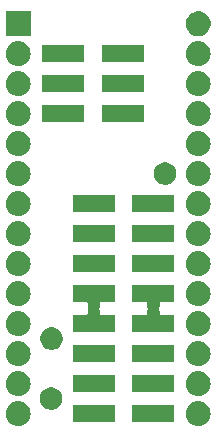
<source format=gbs>
G04 #@! TF.GenerationSoftware,KiCad,Pcbnew,(5.0.1-3-g963ef8bb5)*
G04 #@! TF.CreationDate,2018-11-16T15:24:27+01:00*
G04 #@! TF.ProjectId,TinyFPGA-UP,54696E79465047412D55502E6B696361,A*
G04 #@! TF.SameCoordinates,Original*
G04 #@! TF.FileFunction,Soldermask,Bot*
G04 #@! TF.FilePolarity,Negative*
%FSLAX46Y46*%
G04 Gerber Fmt 4.6, Leading zero omitted, Abs format (unit mm)*
G04 Created by KiCad (PCBNEW (5.0.1-3-g963ef8bb5)) date Friday, 16 November 2018 at 15:24:27*
%MOMM*%
%LPD*%
G01*
G04 APERTURE LIST*
%ADD10C,0.100000*%
G04 APERTURE END LIST*
D10*
G36*
X158884707Y-129776696D02*
X158961836Y-129784293D01*
X159093787Y-129824320D01*
X159159763Y-129844333D01*
X159342172Y-129941833D01*
X159502054Y-130073046D01*
X159633267Y-130232928D01*
X159730767Y-130415337D01*
X159730767Y-130415338D01*
X159790807Y-130613264D01*
X159811080Y-130819100D01*
X159790807Y-131024936D01*
X159750780Y-131156887D01*
X159730767Y-131222863D01*
X159633267Y-131405272D01*
X159502054Y-131565154D01*
X159342172Y-131696367D01*
X159159763Y-131793867D01*
X159093787Y-131813880D01*
X158961836Y-131853907D01*
X158884707Y-131861504D01*
X158807580Y-131869100D01*
X158704420Y-131869100D01*
X158627293Y-131861504D01*
X158550164Y-131853907D01*
X158418213Y-131813880D01*
X158352237Y-131793867D01*
X158169828Y-131696367D01*
X158009946Y-131565154D01*
X157878733Y-131405272D01*
X157781233Y-131222863D01*
X157761220Y-131156887D01*
X157721193Y-131024936D01*
X157700920Y-130819100D01*
X157721193Y-130613264D01*
X157781233Y-130415338D01*
X157781233Y-130415337D01*
X157878733Y-130232928D01*
X158009946Y-130073046D01*
X158169828Y-129941833D01*
X158352237Y-129844333D01*
X158418213Y-129824320D01*
X158550164Y-129784293D01*
X158627293Y-129776696D01*
X158704420Y-129769100D01*
X158807580Y-129769100D01*
X158884707Y-129776696D01*
X158884707Y-129776696D01*
G37*
G36*
X143644707Y-129776696D02*
X143721836Y-129784293D01*
X143853787Y-129824320D01*
X143919763Y-129844333D01*
X144102172Y-129941833D01*
X144262054Y-130073046D01*
X144393267Y-130232928D01*
X144490767Y-130415337D01*
X144490767Y-130415338D01*
X144550807Y-130613264D01*
X144571080Y-130819100D01*
X144550807Y-131024936D01*
X144510780Y-131156887D01*
X144490767Y-131222863D01*
X144393267Y-131405272D01*
X144262054Y-131565154D01*
X144102172Y-131696367D01*
X143919763Y-131793867D01*
X143853787Y-131813880D01*
X143721836Y-131853907D01*
X143644707Y-131861504D01*
X143567580Y-131869100D01*
X143464420Y-131869100D01*
X143387293Y-131861504D01*
X143310164Y-131853907D01*
X143178213Y-131813880D01*
X143112237Y-131793867D01*
X142929828Y-131696367D01*
X142769946Y-131565154D01*
X142638733Y-131405272D01*
X142541233Y-131222863D01*
X142521220Y-131156887D01*
X142481193Y-131024936D01*
X142460920Y-130819100D01*
X142481193Y-130613264D01*
X142541233Y-130415338D01*
X142541233Y-130415337D01*
X142638733Y-130232928D01*
X142769946Y-130073046D01*
X142929828Y-129941833D01*
X143112237Y-129844333D01*
X143178213Y-129824320D01*
X143310164Y-129784293D01*
X143387293Y-129776696D01*
X143464420Y-129769100D01*
X143567580Y-129769100D01*
X143644707Y-129776696D01*
X143644707Y-129776696D01*
G37*
G36*
X156731000Y-131519100D02*
X153181000Y-131519100D01*
X153181000Y-130119100D01*
X156731000Y-130119100D01*
X156731000Y-131519100D01*
X156731000Y-131519100D01*
G37*
G36*
X151681000Y-131519100D02*
X148131000Y-131519100D01*
X148131000Y-130119100D01*
X151681000Y-130119100D01*
X151681000Y-131519100D01*
X151681000Y-131519100D01*
G37*
G36*
X146449451Y-128608227D02*
X146587105Y-128635608D01*
X146759994Y-128707221D01*
X146915590Y-128811187D01*
X147047913Y-128943510D01*
X147151879Y-129099106D01*
X147223492Y-129271995D01*
X147260000Y-129455533D01*
X147260000Y-129642667D01*
X147223492Y-129826205D01*
X147151879Y-129999094D01*
X147047913Y-130154690D01*
X146915590Y-130287013D01*
X146759994Y-130390979D01*
X146587105Y-130462592D01*
X146449452Y-130489973D01*
X146403568Y-130499100D01*
X146216432Y-130499100D01*
X146170548Y-130489973D01*
X146032895Y-130462592D01*
X145860006Y-130390979D01*
X145704410Y-130287013D01*
X145572087Y-130154690D01*
X145468121Y-129999094D01*
X145396508Y-129826205D01*
X145360000Y-129642667D01*
X145360000Y-129455533D01*
X145396508Y-129271995D01*
X145468121Y-129099106D01*
X145572087Y-128943510D01*
X145704410Y-128811187D01*
X145860006Y-128707221D01*
X146032895Y-128635608D01*
X146170549Y-128608227D01*
X146216432Y-128599100D01*
X146403568Y-128599100D01*
X146449451Y-128608227D01*
X146449451Y-128608227D01*
G37*
G36*
X158884707Y-127236696D02*
X158961836Y-127244293D01*
X159093787Y-127284320D01*
X159159763Y-127304333D01*
X159342172Y-127401833D01*
X159502054Y-127533046D01*
X159633267Y-127692928D01*
X159730767Y-127875337D01*
X159730767Y-127875338D01*
X159790807Y-128073264D01*
X159811080Y-128279100D01*
X159790807Y-128484936D01*
X159756176Y-128599100D01*
X159730767Y-128682863D01*
X159633267Y-128865272D01*
X159502054Y-129025154D01*
X159342172Y-129156367D01*
X159159763Y-129253867D01*
X159100002Y-129271995D01*
X158961836Y-129313907D01*
X158884707Y-129321504D01*
X158807580Y-129329100D01*
X158704420Y-129329100D01*
X158627293Y-129321504D01*
X158550164Y-129313907D01*
X158411998Y-129271995D01*
X158352237Y-129253867D01*
X158169828Y-129156367D01*
X158009946Y-129025154D01*
X157878733Y-128865272D01*
X157781233Y-128682863D01*
X157755824Y-128599100D01*
X157721193Y-128484936D01*
X157700920Y-128279100D01*
X157721193Y-128073264D01*
X157781233Y-127875338D01*
X157781233Y-127875337D01*
X157878733Y-127692928D01*
X158009946Y-127533046D01*
X158169828Y-127401833D01*
X158352237Y-127304333D01*
X158418213Y-127284320D01*
X158550164Y-127244293D01*
X158627293Y-127236696D01*
X158704420Y-127229100D01*
X158807580Y-127229100D01*
X158884707Y-127236696D01*
X158884707Y-127236696D01*
G37*
G36*
X143644707Y-127236696D02*
X143721836Y-127244293D01*
X143853787Y-127284320D01*
X143919763Y-127304333D01*
X144102172Y-127401833D01*
X144262054Y-127533046D01*
X144393267Y-127692928D01*
X144490767Y-127875337D01*
X144490767Y-127875338D01*
X144550807Y-128073264D01*
X144571080Y-128279100D01*
X144550807Y-128484936D01*
X144516176Y-128599100D01*
X144490767Y-128682863D01*
X144393267Y-128865272D01*
X144262054Y-129025154D01*
X144102172Y-129156367D01*
X143919763Y-129253867D01*
X143860002Y-129271995D01*
X143721836Y-129313907D01*
X143644707Y-129321504D01*
X143567580Y-129329100D01*
X143464420Y-129329100D01*
X143387293Y-129321504D01*
X143310164Y-129313907D01*
X143171998Y-129271995D01*
X143112237Y-129253867D01*
X142929828Y-129156367D01*
X142769946Y-129025154D01*
X142638733Y-128865272D01*
X142541233Y-128682863D01*
X142515824Y-128599100D01*
X142481193Y-128484936D01*
X142460920Y-128279100D01*
X142481193Y-128073264D01*
X142541233Y-127875338D01*
X142541233Y-127875337D01*
X142638733Y-127692928D01*
X142769946Y-127533046D01*
X142929828Y-127401833D01*
X143112237Y-127304333D01*
X143178213Y-127284320D01*
X143310164Y-127244293D01*
X143387293Y-127236696D01*
X143464420Y-127229100D01*
X143567580Y-127229100D01*
X143644707Y-127236696D01*
X143644707Y-127236696D01*
G37*
G36*
X156731000Y-128979100D02*
X153181000Y-128979100D01*
X153181000Y-127579100D01*
X156731000Y-127579100D01*
X156731000Y-128979100D01*
X156731000Y-128979100D01*
G37*
G36*
X151681000Y-128979100D02*
X148131000Y-128979100D01*
X148131000Y-127579100D01*
X151681000Y-127579100D01*
X151681000Y-128979100D01*
X151681000Y-128979100D01*
G37*
G36*
X158884707Y-124696696D02*
X158961836Y-124704293D01*
X159093787Y-124744320D01*
X159159763Y-124764333D01*
X159342172Y-124861833D01*
X159502054Y-124993046D01*
X159633267Y-125152928D01*
X159730767Y-125335337D01*
X159730767Y-125335338D01*
X159790807Y-125533264D01*
X159811080Y-125739100D01*
X159790807Y-125944936D01*
X159750780Y-126076887D01*
X159730767Y-126142863D01*
X159633267Y-126325272D01*
X159502054Y-126485154D01*
X159342172Y-126616367D01*
X159159763Y-126713867D01*
X159093787Y-126733880D01*
X158961836Y-126773907D01*
X158884707Y-126781504D01*
X158807580Y-126789100D01*
X158704420Y-126789100D01*
X158627293Y-126781504D01*
X158550164Y-126773907D01*
X158418213Y-126733880D01*
X158352237Y-126713867D01*
X158169828Y-126616367D01*
X158009946Y-126485154D01*
X157878733Y-126325272D01*
X157781233Y-126142863D01*
X157761220Y-126076887D01*
X157721193Y-125944936D01*
X157700920Y-125739100D01*
X157721193Y-125533264D01*
X157781233Y-125335338D01*
X157781233Y-125335337D01*
X157878733Y-125152928D01*
X158009946Y-124993046D01*
X158169828Y-124861833D01*
X158352237Y-124764333D01*
X158418213Y-124744320D01*
X158550164Y-124704293D01*
X158627293Y-124696696D01*
X158704420Y-124689100D01*
X158807580Y-124689100D01*
X158884707Y-124696696D01*
X158884707Y-124696696D01*
G37*
G36*
X143644707Y-124696696D02*
X143721836Y-124704293D01*
X143853787Y-124744320D01*
X143919763Y-124764333D01*
X144102172Y-124861833D01*
X144262054Y-124993046D01*
X144393267Y-125152928D01*
X144490767Y-125335337D01*
X144490767Y-125335338D01*
X144550807Y-125533264D01*
X144571080Y-125739100D01*
X144550807Y-125944936D01*
X144510780Y-126076887D01*
X144490767Y-126142863D01*
X144393267Y-126325272D01*
X144262054Y-126485154D01*
X144102172Y-126616367D01*
X143919763Y-126713867D01*
X143853787Y-126733880D01*
X143721836Y-126773907D01*
X143644707Y-126781504D01*
X143567580Y-126789100D01*
X143464420Y-126789100D01*
X143387293Y-126781504D01*
X143310164Y-126773907D01*
X143178213Y-126733880D01*
X143112237Y-126713867D01*
X142929828Y-126616367D01*
X142769946Y-126485154D01*
X142638733Y-126325272D01*
X142541233Y-126142863D01*
X142521220Y-126076887D01*
X142481193Y-125944936D01*
X142460920Y-125739100D01*
X142481193Y-125533264D01*
X142541233Y-125335338D01*
X142541233Y-125335337D01*
X142638733Y-125152928D01*
X142769946Y-124993046D01*
X142929828Y-124861833D01*
X143112237Y-124764333D01*
X143178213Y-124744320D01*
X143310164Y-124704293D01*
X143387293Y-124696696D01*
X143464420Y-124689100D01*
X143567580Y-124689100D01*
X143644707Y-124696696D01*
X143644707Y-124696696D01*
G37*
G36*
X156731000Y-126439100D02*
X153181000Y-126439100D01*
X153181000Y-125039100D01*
X156731000Y-125039100D01*
X156731000Y-126439100D01*
X156731000Y-126439100D01*
G37*
G36*
X151681000Y-126439100D02*
X148131000Y-126439100D01*
X148131000Y-125039100D01*
X151681000Y-125039100D01*
X151681000Y-126439100D01*
X151681000Y-126439100D01*
G37*
G36*
X146469452Y-123529037D02*
X146607105Y-123556418D01*
X146779994Y-123628031D01*
X146935590Y-123731997D01*
X147067913Y-123864320D01*
X147171879Y-124019916D01*
X147243492Y-124192805D01*
X147280000Y-124376343D01*
X147280000Y-124563477D01*
X147243492Y-124747015D01*
X147171879Y-124919904D01*
X147067913Y-125075500D01*
X146935590Y-125207823D01*
X146779994Y-125311789D01*
X146607105Y-125383402D01*
X146469452Y-125410783D01*
X146423568Y-125419910D01*
X146236432Y-125419910D01*
X146190548Y-125410783D01*
X146052895Y-125383402D01*
X145880006Y-125311789D01*
X145724410Y-125207823D01*
X145592087Y-125075500D01*
X145488121Y-124919904D01*
X145416508Y-124747015D01*
X145380000Y-124563477D01*
X145380000Y-124376343D01*
X145416508Y-124192805D01*
X145488121Y-124019916D01*
X145592087Y-123864320D01*
X145724410Y-123731997D01*
X145880006Y-123628031D01*
X146052895Y-123556418D01*
X146190548Y-123529037D01*
X146236432Y-123519910D01*
X146423568Y-123519910D01*
X146469452Y-123529037D01*
X146469452Y-123529037D01*
G37*
G36*
X143644707Y-122156697D02*
X143721836Y-122164293D01*
X143853787Y-122204320D01*
X143919763Y-122224333D01*
X144102172Y-122321833D01*
X144262054Y-122453046D01*
X144393267Y-122612928D01*
X144490767Y-122795337D01*
X144510780Y-122861313D01*
X144550807Y-122993264D01*
X144571080Y-123199100D01*
X144550807Y-123404936D01*
X144515930Y-123519910D01*
X144490767Y-123602863D01*
X144393267Y-123785272D01*
X144262054Y-123945154D01*
X144102172Y-124076367D01*
X143919763Y-124173867D01*
X143857332Y-124192805D01*
X143721836Y-124233907D01*
X143644707Y-124241504D01*
X143567580Y-124249100D01*
X143464420Y-124249100D01*
X143387293Y-124241504D01*
X143310164Y-124233907D01*
X143174668Y-124192805D01*
X143112237Y-124173867D01*
X142929828Y-124076367D01*
X142769946Y-123945154D01*
X142638733Y-123785272D01*
X142541233Y-123602863D01*
X142516070Y-123519910D01*
X142481193Y-123404936D01*
X142460920Y-123199100D01*
X142481193Y-122993264D01*
X142521220Y-122861313D01*
X142541233Y-122795337D01*
X142638733Y-122612928D01*
X142769946Y-122453046D01*
X142929828Y-122321833D01*
X143112237Y-122224333D01*
X143178213Y-122204320D01*
X143310164Y-122164293D01*
X143387293Y-122156697D01*
X143464420Y-122149100D01*
X143567580Y-122149100D01*
X143644707Y-122156697D01*
X143644707Y-122156697D01*
G37*
G36*
X158884707Y-122156697D02*
X158961836Y-122164293D01*
X159093787Y-122204320D01*
X159159763Y-122224333D01*
X159342172Y-122321833D01*
X159502054Y-122453046D01*
X159633267Y-122612928D01*
X159730767Y-122795337D01*
X159750780Y-122861313D01*
X159790807Y-122993264D01*
X159811080Y-123199100D01*
X159790807Y-123404936D01*
X159755930Y-123519910D01*
X159730767Y-123602863D01*
X159633267Y-123785272D01*
X159502054Y-123945154D01*
X159342172Y-124076367D01*
X159159763Y-124173867D01*
X159097332Y-124192805D01*
X158961836Y-124233907D01*
X158884707Y-124241504D01*
X158807580Y-124249100D01*
X158704420Y-124249100D01*
X158627293Y-124241504D01*
X158550164Y-124233907D01*
X158414668Y-124192805D01*
X158352237Y-124173867D01*
X158169828Y-124076367D01*
X158009946Y-123945154D01*
X157878733Y-123785272D01*
X157781233Y-123602863D01*
X157756070Y-123519910D01*
X157721193Y-123404936D01*
X157700920Y-123199100D01*
X157721193Y-122993264D01*
X157761220Y-122861313D01*
X157781233Y-122795337D01*
X157878733Y-122612928D01*
X158009946Y-122453046D01*
X158169828Y-122321833D01*
X158352237Y-122224333D01*
X158418213Y-122204320D01*
X158550164Y-122164293D01*
X158627293Y-122156697D01*
X158704420Y-122149100D01*
X158807580Y-122149100D01*
X158884707Y-122156697D01*
X158884707Y-122156697D01*
G37*
G36*
X156731000Y-121359100D02*
X155605000Y-121359100D01*
X155580614Y-121361502D01*
X155557165Y-121368615D01*
X155535554Y-121380166D01*
X155516612Y-121395712D01*
X155501066Y-121414654D01*
X155489515Y-121436265D01*
X155482402Y-121459714D01*
X155480000Y-121484100D01*
X155480000Y-121748859D01*
X155475852Y-121790974D01*
X155465358Y-121825568D01*
X155444213Y-121865128D01*
X155440243Y-121871069D01*
X155430864Y-121893708D01*
X155426083Y-121917741D01*
X155426081Y-121942245D01*
X155430860Y-121966279D01*
X155440237Y-121988918D01*
X155444205Y-121994858D01*
X155465358Y-122034432D01*
X155475852Y-122069026D01*
X155480000Y-122111141D01*
X155480000Y-122374100D01*
X155482402Y-122398486D01*
X155489515Y-122421935D01*
X155501066Y-122443546D01*
X155516612Y-122462488D01*
X155535554Y-122478034D01*
X155557165Y-122489585D01*
X155580614Y-122496698D01*
X155605000Y-122499100D01*
X156731000Y-122499100D01*
X156731000Y-123899100D01*
X153181000Y-123899100D01*
X153181000Y-122499100D01*
X154315000Y-122499100D01*
X154339386Y-122496698D01*
X154362835Y-122489585D01*
X154384446Y-122478034D01*
X154403388Y-122462488D01*
X154418934Y-122443546D01*
X154430485Y-122421935D01*
X154437598Y-122398486D01*
X154440000Y-122374100D01*
X154440000Y-122111141D01*
X154444148Y-122069026D01*
X154454642Y-122034432D01*
X154475787Y-121994872D01*
X154479757Y-121988931D01*
X154489136Y-121966292D01*
X154493917Y-121942259D01*
X154493919Y-121917755D01*
X154489140Y-121893721D01*
X154479763Y-121871082D01*
X154475795Y-121865142D01*
X154454642Y-121825568D01*
X154444148Y-121790974D01*
X154440000Y-121748859D01*
X154440000Y-121484100D01*
X154437598Y-121459714D01*
X154430485Y-121436265D01*
X154418934Y-121414654D01*
X154403388Y-121395712D01*
X154384446Y-121380166D01*
X154362835Y-121368615D01*
X154339386Y-121361502D01*
X154315000Y-121359100D01*
X153181000Y-121359100D01*
X153181000Y-119959100D01*
X156731000Y-119959100D01*
X156731000Y-121359100D01*
X156731000Y-121359100D01*
G37*
G36*
X151681000Y-121359100D02*
X150555000Y-121359100D01*
X150530614Y-121361502D01*
X150507165Y-121368615D01*
X150485554Y-121380166D01*
X150466612Y-121395712D01*
X150451066Y-121414654D01*
X150439515Y-121436265D01*
X150432402Y-121459714D01*
X150430000Y-121484100D01*
X150430000Y-121748859D01*
X150425852Y-121790974D01*
X150415358Y-121825568D01*
X150394213Y-121865128D01*
X150390243Y-121871069D01*
X150380864Y-121893708D01*
X150376083Y-121917741D01*
X150376081Y-121942245D01*
X150380860Y-121966279D01*
X150390237Y-121988918D01*
X150394205Y-121994858D01*
X150415358Y-122034432D01*
X150425852Y-122069026D01*
X150430000Y-122111141D01*
X150430000Y-122374100D01*
X150432402Y-122398486D01*
X150439515Y-122421935D01*
X150451066Y-122443546D01*
X150466612Y-122462488D01*
X150485554Y-122478034D01*
X150507165Y-122489585D01*
X150530614Y-122496698D01*
X150555000Y-122499100D01*
X151681000Y-122499100D01*
X151681000Y-123899100D01*
X148131000Y-123899100D01*
X148131000Y-122499100D01*
X149265000Y-122499100D01*
X149289386Y-122496698D01*
X149312835Y-122489585D01*
X149334446Y-122478034D01*
X149353388Y-122462488D01*
X149368934Y-122443546D01*
X149380485Y-122421935D01*
X149387598Y-122398486D01*
X149390000Y-122374100D01*
X149390000Y-122111141D01*
X149394148Y-122069026D01*
X149404642Y-122034432D01*
X149425787Y-121994872D01*
X149429757Y-121988931D01*
X149439136Y-121966292D01*
X149443917Y-121942259D01*
X149443919Y-121917755D01*
X149439140Y-121893721D01*
X149429763Y-121871082D01*
X149425795Y-121865142D01*
X149404642Y-121825568D01*
X149394148Y-121790974D01*
X149390000Y-121748859D01*
X149390000Y-121484100D01*
X149387598Y-121459714D01*
X149380485Y-121436265D01*
X149368934Y-121414654D01*
X149353388Y-121395712D01*
X149334446Y-121380166D01*
X149312835Y-121368615D01*
X149289386Y-121361502D01*
X149265000Y-121359100D01*
X148131000Y-121359100D01*
X148131000Y-119959100D01*
X151681000Y-119959100D01*
X151681000Y-121359100D01*
X151681000Y-121359100D01*
G37*
G36*
X158884707Y-119616697D02*
X158961836Y-119624293D01*
X159093787Y-119664320D01*
X159159763Y-119684333D01*
X159342172Y-119781833D01*
X159502054Y-119913046D01*
X159633267Y-120072928D01*
X159730767Y-120255337D01*
X159730767Y-120255338D01*
X159790807Y-120453264D01*
X159811080Y-120659100D01*
X159790807Y-120864936D01*
X159765003Y-120950000D01*
X159730767Y-121062863D01*
X159633267Y-121245272D01*
X159502054Y-121405154D01*
X159342172Y-121536367D01*
X159159763Y-121633867D01*
X159093787Y-121653880D01*
X158961836Y-121693907D01*
X158884707Y-121701504D01*
X158807580Y-121709100D01*
X158704420Y-121709100D01*
X158627293Y-121701504D01*
X158550164Y-121693907D01*
X158418213Y-121653880D01*
X158352237Y-121633867D01*
X158169828Y-121536367D01*
X158009946Y-121405154D01*
X157878733Y-121245272D01*
X157781233Y-121062863D01*
X157746997Y-120950000D01*
X157721193Y-120864936D01*
X157700920Y-120659100D01*
X157721193Y-120453264D01*
X157781233Y-120255338D01*
X157781233Y-120255337D01*
X157878733Y-120072928D01*
X158009946Y-119913046D01*
X158169828Y-119781833D01*
X158352237Y-119684333D01*
X158418213Y-119664320D01*
X158550164Y-119624293D01*
X158627293Y-119616697D01*
X158704420Y-119609100D01*
X158807580Y-119609100D01*
X158884707Y-119616697D01*
X158884707Y-119616697D01*
G37*
G36*
X143644707Y-119616697D02*
X143721836Y-119624293D01*
X143853787Y-119664320D01*
X143919763Y-119684333D01*
X144102172Y-119781833D01*
X144262054Y-119913046D01*
X144393267Y-120072928D01*
X144490767Y-120255337D01*
X144490767Y-120255338D01*
X144550807Y-120453264D01*
X144571080Y-120659100D01*
X144550807Y-120864936D01*
X144525003Y-120950000D01*
X144490767Y-121062863D01*
X144393267Y-121245272D01*
X144262054Y-121405154D01*
X144102172Y-121536367D01*
X143919763Y-121633867D01*
X143853787Y-121653880D01*
X143721836Y-121693907D01*
X143644707Y-121701504D01*
X143567580Y-121709100D01*
X143464420Y-121709100D01*
X143387293Y-121701504D01*
X143310164Y-121693907D01*
X143178213Y-121653880D01*
X143112237Y-121633867D01*
X142929828Y-121536367D01*
X142769946Y-121405154D01*
X142638733Y-121245272D01*
X142541233Y-121062863D01*
X142506997Y-120950000D01*
X142481193Y-120864936D01*
X142460920Y-120659100D01*
X142481193Y-120453264D01*
X142541233Y-120255338D01*
X142541233Y-120255337D01*
X142638733Y-120072928D01*
X142769946Y-119913046D01*
X142929828Y-119781833D01*
X143112237Y-119684333D01*
X143178213Y-119664320D01*
X143310164Y-119624293D01*
X143387293Y-119616697D01*
X143464420Y-119609100D01*
X143567580Y-119609100D01*
X143644707Y-119616697D01*
X143644707Y-119616697D01*
G37*
G36*
X158884707Y-117076696D02*
X158961836Y-117084293D01*
X159093787Y-117124320D01*
X159159763Y-117144333D01*
X159342172Y-117241833D01*
X159502054Y-117373046D01*
X159633267Y-117532928D01*
X159730767Y-117715337D01*
X159730767Y-117715338D01*
X159790807Y-117913264D01*
X159811080Y-118119100D01*
X159790807Y-118324936D01*
X159750780Y-118456887D01*
X159730767Y-118522863D01*
X159633267Y-118705272D01*
X159502054Y-118865154D01*
X159342172Y-118996367D01*
X159159763Y-119093867D01*
X159093787Y-119113880D01*
X158961836Y-119153907D01*
X158884707Y-119161504D01*
X158807580Y-119169100D01*
X158704420Y-119169100D01*
X158627293Y-119161504D01*
X158550164Y-119153907D01*
X158418213Y-119113880D01*
X158352237Y-119093867D01*
X158169828Y-118996367D01*
X158009946Y-118865154D01*
X157878733Y-118705272D01*
X157781233Y-118522863D01*
X157761220Y-118456887D01*
X157721193Y-118324936D01*
X157700920Y-118119100D01*
X157721193Y-117913264D01*
X157781233Y-117715338D01*
X157781233Y-117715337D01*
X157878733Y-117532928D01*
X158009946Y-117373046D01*
X158169828Y-117241833D01*
X158352237Y-117144333D01*
X158418213Y-117124320D01*
X158550164Y-117084293D01*
X158627293Y-117076696D01*
X158704420Y-117069100D01*
X158807580Y-117069100D01*
X158884707Y-117076696D01*
X158884707Y-117076696D01*
G37*
G36*
X143644707Y-117076696D02*
X143721836Y-117084293D01*
X143853787Y-117124320D01*
X143919763Y-117144333D01*
X144102172Y-117241833D01*
X144262054Y-117373046D01*
X144393267Y-117532928D01*
X144490767Y-117715337D01*
X144490767Y-117715338D01*
X144550807Y-117913264D01*
X144571080Y-118119100D01*
X144550807Y-118324936D01*
X144510780Y-118456887D01*
X144490767Y-118522863D01*
X144393267Y-118705272D01*
X144262054Y-118865154D01*
X144102172Y-118996367D01*
X143919763Y-119093867D01*
X143853787Y-119113880D01*
X143721836Y-119153907D01*
X143644707Y-119161504D01*
X143567580Y-119169100D01*
X143464420Y-119169100D01*
X143387293Y-119161504D01*
X143310164Y-119153907D01*
X143178213Y-119113880D01*
X143112237Y-119093867D01*
X142929828Y-118996367D01*
X142769946Y-118865154D01*
X142638733Y-118705272D01*
X142541233Y-118522863D01*
X142521220Y-118456887D01*
X142481193Y-118324936D01*
X142460920Y-118119100D01*
X142481193Y-117913264D01*
X142541233Y-117715338D01*
X142541233Y-117715337D01*
X142638733Y-117532928D01*
X142769946Y-117373046D01*
X142929828Y-117241833D01*
X143112237Y-117144333D01*
X143178213Y-117124320D01*
X143310164Y-117084293D01*
X143387293Y-117076696D01*
X143464420Y-117069100D01*
X143567580Y-117069100D01*
X143644707Y-117076696D01*
X143644707Y-117076696D01*
G37*
G36*
X156731000Y-118819100D02*
X153181000Y-118819100D01*
X153181000Y-117419100D01*
X156731000Y-117419100D01*
X156731000Y-118819100D01*
X156731000Y-118819100D01*
G37*
G36*
X151681000Y-118819100D02*
X148131000Y-118819100D01*
X148131000Y-117419100D01*
X151681000Y-117419100D01*
X151681000Y-118819100D01*
X151681000Y-118819100D01*
G37*
G36*
X158884707Y-114536696D02*
X158961836Y-114544293D01*
X159093787Y-114584320D01*
X159159763Y-114604333D01*
X159342172Y-114701833D01*
X159502054Y-114833046D01*
X159633267Y-114992928D01*
X159730767Y-115175337D01*
X159730767Y-115175338D01*
X159790807Y-115373264D01*
X159811080Y-115579100D01*
X159790807Y-115784936D01*
X159750780Y-115916887D01*
X159730767Y-115982863D01*
X159633267Y-116165272D01*
X159502054Y-116325154D01*
X159342172Y-116456367D01*
X159159763Y-116553867D01*
X159093787Y-116573880D01*
X158961836Y-116613907D01*
X158884707Y-116621504D01*
X158807580Y-116629100D01*
X158704420Y-116629100D01*
X158627293Y-116621504D01*
X158550164Y-116613907D01*
X158418213Y-116573880D01*
X158352237Y-116553867D01*
X158169828Y-116456367D01*
X158009946Y-116325154D01*
X157878733Y-116165272D01*
X157781233Y-115982863D01*
X157761220Y-115916887D01*
X157721193Y-115784936D01*
X157700920Y-115579100D01*
X157721193Y-115373264D01*
X157781233Y-115175338D01*
X157781233Y-115175337D01*
X157878733Y-114992928D01*
X158009946Y-114833046D01*
X158169828Y-114701833D01*
X158352237Y-114604333D01*
X158418213Y-114584320D01*
X158550164Y-114544293D01*
X158627293Y-114536696D01*
X158704420Y-114529100D01*
X158807580Y-114529100D01*
X158884707Y-114536696D01*
X158884707Y-114536696D01*
G37*
G36*
X143644707Y-114536696D02*
X143721836Y-114544293D01*
X143853787Y-114584320D01*
X143919763Y-114604333D01*
X144102172Y-114701833D01*
X144262054Y-114833046D01*
X144393267Y-114992928D01*
X144490767Y-115175337D01*
X144490767Y-115175338D01*
X144550807Y-115373264D01*
X144571080Y-115579100D01*
X144550807Y-115784936D01*
X144510780Y-115916887D01*
X144490767Y-115982863D01*
X144393267Y-116165272D01*
X144262054Y-116325154D01*
X144102172Y-116456367D01*
X143919763Y-116553867D01*
X143853787Y-116573880D01*
X143721836Y-116613907D01*
X143644707Y-116621504D01*
X143567580Y-116629100D01*
X143464420Y-116629100D01*
X143387293Y-116621504D01*
X143310164Y-116613907D01*
X143178213Y-116573880D01*
X143112237Y-116553867D01*
X142929828Y-116456367D01*
X142769946Y-116325154D01*
X142638733Y-116165272D01*
X142541233Y-115982863D01*
X142521220Y-115916887D01*
X142481193Y-115784936D01*
X142460920Y-115579100D01*
X142481193Y-115373264D01*
X142541233Y-115175338D01*
X142541233Y-115175337D01*
X142638733Y-114992928D01*
X142769946Y-114833046D01*
X142929828Y-114701833D01*
X143112237Y-114604333D01*
X143178213Y-114584320D01*
X143310164Y-114544293D01*
X143387293Y-114536696D01*
X143464420Y-114529100D01*
X143567580Y-114529100D01*
X143644707Y-114536696D01*
X143644707Y-114536696D01*
G37*
G36*
X151681000Y-116279100D02*
X148131000Y-116279100D01*
X148131000Y-114879100D01*
X151681000Y-114879100D01*
X151681000Y-116279100D01*
X151681000Y-116279100D01*
G37*
G36*
X156731000Y-116279100D02*
X153181000Y-116279100D01*
X153181000Y-114879100D01*
X156731000Y-114879100D01*
X156731000Y-116279100D01*
X156731000Y-116279100D01*
G37*
G36*
X143644707Y-111996697D02*
X143721836Y-112004293D01*
X143853787Y-112044320D01*
X143919763Y-112064333D01*
X144102172Y-112161833D01*
X144262054Y-112293046D01*
X144393267Y-112452928D01*
X144490767Y-112635337D01*
X144490767Y-112635338D01*
X144550807Y-112833264D01*
X144571080Y-113039100D01*
X144550807Y-113244936D01*
X144510780Y-113376887D01*
X144490767Y-113442863D01*
X144393267Y-113625272D01*
X144262054Y-113785154D01*
X144102172Y-113916367D01*
X143919763Y-114013867D01*
X143853787Y-114033880D01*
X143721836Y-114073907D01*
X143644707Y-114081504D01*
X143567580Y-114089100D01*
X143464420Y-114089100D01*
X143387293Y-114081504D01*
X143310164Y-114073907D01*
X143178213Y-114033880D01*
X143112237Y-114013867D01*
X142929828Y-113916367D01*
X142769946Y-113785154D01*
X142638733Y-113625272D01*
X142541233Y-113442863D01*
X142521220Y-113376887D01*
X142481193Y-113244936D01*
X142460920Y-113039100D01*
X142481193Y-112833264D01*
X142541233Y-112635338D01*
X142541233Y-112635337D01*
X142638733Y-112452928D01*
X142769946Y-112293046D01*
X142929828Y-112161833D01*
X143112237Y-112064333D01*
X143178213Y-112044320D01*
X143310164Y-112004293D01*
X143387293Y-111996697D01*
X143464420Y-111989100D01*
X143567580Y-111989100D01*
X143644707Y-111996697D01*
X143644707Y-111996697D01*
G37*
G36*
X158884707Y-111996697D02*
X158961836Y-112004293D01*
X159093787Y-112044320D01*
X159159763Y-112064333D01*
X159342172Y-112161833D01*
X159502054Y-112293046D01*
X159633267Y-112452928D01*
X159730767Y-112635337D01*
X159730767Y-112635338D01*
X159790807Y-112833264D01*
X159811080Y-113039100D01*
X159790807Y-113244936D01*
X159750780Y-113376887D01*
X159730767Y-113442863D01*
X159633267Y-113625272D01*
X159502054Y-113785154D01*
X159342172Y-113916367D01*
X159159763Y-114013867D01*
X159093787Y-114033880D01*
X158961836Y-114073907D01*
X158884707Y-114081504D01*
X158807580Y-114089100D01*
X158704420Y-114089100D01*
X158627293Y-114081504D01*
X158550164Y-114073907D01*
X158418213Y-114033880D01*
X158352237Y-114013867D01*
X158169828Y-113916367D01*
X158009946Y-113785154D01*
X157878733Y-113625272D01*
X157781233Y-113442863D01*
X157761220Y-113376887D01*
X157721193Y-113244936D01*
X157700920Y-113039100D01*
X157721193Y-112833264D01*
X157781233Y-112635338D01*
X157781233Y-112635337D01*
X157878733Y-112452928D01*
X158009946Y-112293046D01*
X158169828Y-112161833D01*
X158352237Y-112064333D01*
X158418213Y-112044320D01*
X158550164Y-112004293D01*
X158627293Y-111996697D01*
X158704420Y-111989100D01*
X158807580Y-111989100D01*
X158884707Y-111996697D01*
X158884707Y-111996697D01*
G37*
G36*
X156731000Y-113739100D02*
X153181000Y-113739100D01*
X153181000Y-112339100D01*
X156731000Y-112339100D01*
X156731000Y-113739100D01*
X156731000Y-113739100D01*
G37*
G36*
X151681000Y-113739100D02*
X148131000Y-113739100D01*
X148131000Y-112339100D01*
X151681000Y-112339100D01*
X151681000Y-113739100D01*
X151681000Y-113739100D01*
G37*
G36*
X143644707Y-109456697D02*
X143721836Y-109464293D01*
X143853787Y-109504320D01*
X143919763Y-109524333D01*
X144102172Y-109621833D01*
X144262054Y-109753046D01*
X144393267Y-109912928D01*
X144490767Y-110095337D01*
X144490767Y-110095338D01*
X144550807Y-110293264D01*
X144571080Y-110499100D01*
X144550807Y-110704936D01*
X144529188Y-110776205D01*
X144490767Y-110902863D01*
X144393267Y-111085272D01*
X144262054Y-111245154D01*
X144102172Y-111376367D01*
X143919763Y-111473867D01*
X143853787Y-111493880D01*
X143721836Y-111533907D01*
X143644707Y-111541504D01*
X143567580Y-111549100D01*
X143464420Y-111549100D01*
X143387293Y-111541504D01*
X143310164Y-111533907D01*
X143178213Y-111493880D01*
X143112237Y-111473867D01*
X142929828Y-111376367D01*
X142769946Y-111245154D01*
X142638733Y-111085272D01*
X142541233Y-110902863D01*
X142502812Y-110776205D01*
X142481193Y-110704936D01*
X142460920Y-110499100D01*
X142481193Y-110293264D01*
X142541233Y-110095338D01*
X142541233Y-110095337D01*
X142638733Y-109912928D01*
X142769946Y-109753046D01*
X142929828Y-109621833D01*
X143112237Y-109524333D01*
X143178213Y-109504320D01*
X143310164Y-109464293D01*
X143387293Y-109456697D01*
X143464420Y-109449100D01*
X143567580Y-109449100D01*
X143644707Y-109456697D01*
X143644707Y-109456697D01*
G37*
G36*
X158884707Y-109456697D02*
X158961836Y-109464293D01*
X159093787Y-109504320D01*
X159159763Y-109524333D01*
X159342172Y-109621833D01*
X159502054Y-109753046D01*
X159633267Y-109912928D01*
X159730767Y-110095337D01*
X159730767Y-110095338D01*
X159790807Y-110293264D01*
X159811080Y-110499100D01*
X159790807Y-110704936D01*
X159769188Y-110776205D01*
X159730767Y-110902863D01*
X159633267Y-111085272D01*
X159502054Y-111245154D01*
X159342172Y-111376367D01*
X159159763Y-111473867D01*
X159093787Y-111493880D01*
X158961836Y-111533907D01*
X158884707Y-111541504D01*
X158807580Y-111549100D01*
X158704420Y-111549100D01*
X158627293Y-111541504D01*
X158550164Y-111533907D01*
X158418213Y-111493880D01*
X158352237Y-111473867D01*
X158169828Y-111376367D01*
X158009946Y-111245154D01*
X157878733Y-111085272D01*
X157781233Y-110902863D01*
X157742812Y-110776205D01*
X157721193Y-110704936D01*
X157700920Y-110499100D01*
X157721193Y-110293264D01*
X157781233Y-110095338D01*
X157781233Y-110095337D01*
X157878733Y-109912928D01*
X158009946Y-109753046D01*
X158169828Y-109621833D01*
X158352237Y-109524333D01*
X158418213Y-109504320D01*
X158550164Y-109464293D01*
X158627293Y-109456697D01*
X158704420Y-109449100D01*
X158807580Y-109449100D01*
X158884707Y-109456697D01*
X158884707Y-109456697D01*
G37*
G36*
X156101451Y-109558227D02*
X156239105Y-109585608D01*
X156411994Y-109657221D01*
X156567590Y-109761187D01*
X156699913Y-109893510D01*
X156803879Y-110049106D01*
X156875492Y-110221995D01*
X156912000Y-110405533D01*
X156912000Y-110592667D01*
X156875492Y-110776205D01*
X156803879Y-110949094D01*
X156699913Y-111104690D01*
X156567590Y-111237013D01*
X156411994Y-111340979D01*
X156239105Y-111412592D01*
X156101452Y-111439973D01*
X156055568Y-111449100D01*
X155868432Y-111449100D01*
X155822548Y-111439973D01*
X155684895Y-111412592D01*
X155512006Y-111340979D01*
X155356410Y-111237013D01*
X155224087Y-111104690D01*
X155120121Y-110949094D01*
X155048508Y-110776205D01*
X155012000Y-110592667D01*
X155012000Y-110405533D01*
X155048508Y-110221995D01*
X155120121Y-110049106D01*
X155224087Y-109893510D01*
X155356410Y-109761187D01*
X155512006Y-109657221D01*
X155684895Y-109585608D01*
X155822549Y-109558227D01*
X155868432Y-109549100D01*
X156055568Y-109549100D01*
X156101451Y-109558227D01*
X156101451Y-109558227D01*
G37*
G36*
X143644707Y-106916696D02*
X143721836Y-106924293D01*
X143853787Y-106964320D01*
X143919763Y-106984333D01*
X144102172Y-107081833D01*
X144262054Y-107213046D01*
X144393267Y-107372928D01*
X144490767Y-107555337D01*
X144490767Y-107555338D01*
X144550807Y-107753264D01*
X144571080Y-107959100D01*
X144550807Y-108164936D01*
X144510780Y-108296887D01*
X144490767Y-108362863D01*
X144393267Y-108545272D01*
X144262054Y-108705154D01*
X144102172Y-108836367D01*
X143919763Y-108933867D01*
X143853787Y-108953880D01*
X143721836Y-108993907D01*
X143644707Y-109001504D01*
X143567580Y-109009100D01*
X143464420Y-109009100D01*
X143387293Y-109001504D01*
X143310164Y-108993907D01*
X143178213Y-108953880D01*
X143112237Y-108933867D01*
X142929828Y-108836367D01*
X142769946Y-108705154D01*
X142638733Y-108545272D01*
X142541233Y-108362863D01*
X142521220Y-108296887D01*
X142481193Y-108164936D01*
X142460920Y-107959100D01*
X142481193Y-107753264D01*
X142541233Y-107555338D01*
X142541233Y-107555337D01*
X142638733Y-107372928D01*
X142769946Y-107213046D01*
X142929828Y-107081833D01*
X143112237Y-106984333D01*
X143178213Y-106964320D01*
X143310164Y-106924293D01*
X143387293Y-106916696D01*
X143464420Y-106909100D01*
X143567580Y-106909100D01*
X143644707Y-106916696D01*
X143644707Y-106916696D01*
G37*
G36*
X158884707Y-106916696D02*
X158961836Y-106924293D01*
X159093787Y-106964320D01*
X159159763Y-106984333D01*
X159342172Y-107081833D01*
X159502054Y-107213046D01*
X159633267Y-107372928D01*
X159730767Y-107555337D01*
X159730767Y-107555338D01*
X159790807Y-107753264D01*
X159811080Y-107959100D01*
X159790807Y-108164936D01*
X159750780Y-108296887D01*
X159730767Y-108362863D01*
X159633267Y-108545272D01*
X159502054Y-108705154D01*
X159342172Y-108836367D01*
X159159763Y-108933867D01*
X159093787Y-108953880D01*
X158961836Y-108993907D01*
X158884707Y-109001504D01*
X158807580Y-109009100D01*
X158704420Y-109009100D01*
X158627293Y-109001504D01*
X158550164Y-108993907D01*
X158418213Y-108953880D01*
X158352237Y-108933867D01*
X158169828Y-108836367D01*
X158009946Y-108705154D01*
X157878733Y-108545272D01*
X157781233Y-108362863D01*
X157761220Y-108296887D01*
X157721193Y-108164936D01*
X157700920Y-107959100D01*
X157721193Y-107753264D01*
X157781233Y-107555338D01*
X157781233Y-107555337D01*
X157878733Y-107372928D01*
X158009946Y-107213046D01*
X158169828Y-107081833D01*
X158352237Y-106984333D01*
X158418213Y-106964320D01*
X158550164Y-106924293D01*
X158627293Y-106916696D01*
X158704420Y-106909100D01*
X158807580Y-106909100D01*
X158884707Y-106916696D01*
X158884707Y-106916696D01*
G37*
G36*
X143644707Y-104376697D02*
X143721836Y-104384293D01*
X143853787Y-104424320D01*
X143919763Y-104444333D01*
X144102172Y-104541833D01*
X144262054Y-104673046D01*
X144393267Y-104832928D01*
X144490767Y-105015337D01*
X144490767Y-105015338D01*
X144550807Y-105213264D01*
X144571080Y-105419100D01*
X144550807Y-105624936D01*
X144510780Y-105756887D01*
X144490767Y-105822863D01*
X144393267Y-106005272D01*
X144262054Y-106165154D01*
X144102172Y-106296367D01*
X143919763Y-106393867D01*
X143853787Y-106413880D01*
X143721836Y-106453907D01*
X143644707Y-106461503D01*
X143567580Y-106469100D01*
X143464420Y-106469100D01*
X143387293Y-106461503D01*
X143310164Y-106453907D01*
X143178213Y-106413880D01*
X143112237Y-106393867D01*
X142929828Y-106296367D01*
X142769946Y-106165154D01*
X142638733Y-106005272D01*
X142541233Y-105822863D01*
X142521220Y-105756887D01*
X142481193Y-105624936D01*
X142460920Y-105419100D01*
X142481193Y-105213264D01*
X142541233Y-105015338D01*
X142541233Y-105015337D01*
X142638733Y-104832928D01*
X142769946Y-104673046D01*
X142929828Y-104541833D01*
X143112237Y-104444333D01*
X143178213Y-104424320D01*
X143310164Y-104384293D01*
X143387293Y-104376697D01*
X143464420Y-104369100D01*
X143567580Y-104369100D01*
X143644707Y-104376697D01*
X143644707Y-104376697D01*
G37*
G36*
X158884707Y-104376697D02*
X158961836Y-104384293D01*
X159093787Y-104424320D01*
X159159763Y-104444333D01*
X159342172Y-104541833D01*
X159502054Y-104673046D01*
X159633267Y-104832928D01*
X159730767Y-105015337D01*
X159730767Y-105015338D01*
X159790807Y-105213264D01*
X159811080Y-105419100D01*
X159790807Y-105624936D01*
X159750780Y-105756887D01*
X159730767Y-105822863D01*
X159633267Y-106005272D01*
X159502054Y-106165154D01*
X159342172Y-106296367D01*
X159159763Y-106393867D01*
X159093787Y-106413880D01*
X158961836Y-106453907D01*
X158884707Y-106461503D01*
X158807580Y-106469100D01*
X158704420Y-106469100D01*
X158627293Y-106461503D01*
X158550164Y-106453907D01*
X158418213Y-106413880D01*
X158352237Y-106393867D01*
X158169828Y-106296367D01*
X158009946Y-106165154D01*
X157878733Y-106005272D01*
X157781233Y-105822863D01*
X157761220Y-105756887D01*
X157721193Y-105624936D01*
X157700920Y-105419100D01*
X157721193Y-105213264D01*
X157781233Y-105015338D01*
X157781233Y-105015337D01*
X157878733Y-104832928D01*
X158009946Y-104673046D01*
X158169828Y-104541833D01*
X158352237Y-104444333D01*
X158418213Y-104424320D01*
X158550164Y-104384293D01*
X158627293Y-104376697D01*
X158704420Y-104369100D01*
X158807580Y-104369100D01*
X158884707Y-104376697D01*
X158884707Y-104376697D01*
G37*
G36*
X154151000Y-106119100D02*
X150601000Y-106119100D01*
X150601000Y-104719100D01*
X154151000Y-104719100D01*
X154151000Y-106119100D01*
X154151000Y-106119100D01*
G37*
G36*
X149101000Y-106119100D02*
X145551000Y-106119100D01*
X145551000Y-104719100D01*
X149101000Y-104719100D01*
X149101000Y-106119100D01*
X149101000Y-106119100D01*
G37*
G36*
X158884707Y-101836697D02*
X158961836Y-101844293D01*
X159093787Y-101884320D01*
X159159763Y-101904333D01*
X159342172Y-102001833D01*
X159502054Y-102133046D01*
X159633267Y-102292928D01*
X159730767Y-102475337D01*
X159730767Y-102475338D01*
X159790807Y-102673264D01*
X159811080Y-102879100D01*
X159790807Y-103084936D01*
X159750780Y-103216887D01*
X159730767Y-103282863D01*
X159633267Y-103465272D01*
X159502054Y-103625154D01*
X159342172Y-103756367D01*
X159159763Y-103853867D01*
X159093787Y-103873880D01*
X158961836Y-103913907D01*
X158884707Y-103921504D01*
X158807580Y-103929100D01*
X158704420Y-103929100D01*
X158627293Y-103921504D01*
X158550164Y-103913907D01*
X158418213Y-103873880D01*
X158352237Y-103853867D01*
X158169828Y-103756367D01*
X158009946Y-103625154D01*
X157878733Y-103465272D01*
X157781233Y-103282863D01*
X157761220Y-103216887D01*
X157721193Y-103084936D01*
X157700920Y-102879100D01*
X157721193Y-102673264D01*
X157781233Y-102475338D01*
X157781233Y-102475337D01*
X157878733Y-102292928D01*
X158009946Y-102133046D01*
X158169828Y-102001833D01*
X158352237Y-101904333D01*
X158418213Y-101884320D01*
X158550164Y-101844293D01*
X158627293Y-101836697D01*
X158704420Y-101829100D01*
X158807580Y-101829100D01*
X158884707Y-101836697D01*
X158884707Y-101836697D01*
G37*
G36*
X143644707Y-101836697D02*
X143721836Y-101844293D01*
X143853787Y-101884320D01*
X143919763Y-101904333D01*
X144102172Y-102001833D01*
X144262054Y-102133046D01*
X144393267Y-102292928D01*
X144490767Y-102475337D01*
X144490767Y-102475338D01*
X144550807Y-102673264D01*
X144571080Y-102879100D01*
X144550807Y-103084936D01*
X144510780Y-103216887D01*
X144490767Y-103282863D01*
X144393267Y-103465272D01*
X144262054Y-103625154D01*
X144102172Y-103756367D01*
X143919763Y-103853867D01*
X143853787Y-103873880D01*
X143721836Y-103913907D01*
X143644707Y-103921504D01*
X143567580Y-103929100D01*
X143464420Y-103929100D01*
X143387293Y-103921504D01*
X143310164Y-103913907D01*
X143178213Y-103873880D01*
X143112237Y-103853867D01*
X142929828Y-103756367D01*
X142769946Y-103625154D01*
X142638733Y-103465272D01*
X142541233Y-103282863D01*
X142521220Y-103216887D01*
X142481193Y-103084936D01*
X142460920Y-102879100D01*
X142481193Y-102673264D01*
X142541233Y-102475338D01*
X142541233Y-102475337D01*
X142638733Y-102292928D01*
X142769946Y-102133046D01*
X142929828Y-102001833D01*
X143112237Y-101904333D01*
X143178213Y-101884320D01*
X143310164Y-101844293D01*
X143387293Y-101836697D01*
X143464420Y-101829100D01*
X143567580Y-101829100D01*
X143644707Y-101836697D01*
X143644707Y-101836697D01*
G37*
G36*
X154151000Y-103579100D02*
X150601000Y-103579100D01*
X150601000Y-102179100D01*
X154151000Y-102179100D01*
X154151000Y-103579100D01*
X154151000Y-103579100D01*
G37*
G36*
X149101000Y-103579100D02*
X145551000Y-103579100D01*
X145551000Y-102179100D01*
X149101000Y-102179100D01*
X149101000Y-103579100D01*
X149101000Y-103579100D01*
G37*
G36*
X158884707Y-99296697D02*
X158961836Y-99304293D01*
X159093787Y-99344320D01*
X159159763Y-99364333D01*
X159342172Y-99461833D01*
X159502054Y-99593046D01*
X159633267Y-99752928D01*
X159730767Y-99935337D01*
X159730767Y-99935338D01*
X159790807Y-100133264D01*
X159811080Y-100339100D01*
X159790807Y-100544936D01*
X159750780Y-100676887D01*
X159730767Y-100742863D01*
X159633267Y-100925272D01*
X159502054Y-101085154D01*
X159342172Y-101216367D01*
X159159763Y-101313867D01*
X159093787Y-101333880D01*
X158961836Y-101373907D01*
X158884707Y-101381504D01*
X158807580Y-101389100D01*
X158704420Y-101389100D01*
X158627293Y-101381503D01*
X158550164Y-101373907D01*
X158418213Y-101333880D01*
X158352237Y-101313867D01*
X158169828Y-101216367D01*
X158009946Y-101085154D01*
X157878733Y-100925272D01*
X157781233Y-100742863D01*
X157761220Y-100676887D01*
X157721193Y-100544936D01*
X157700920Y-100339100D01*
X157721193Y-100133264D01*
X157781233Y-99935338D01*
X157781233Y-99935337D01*
X157878733Y-99752928D01*
X158009946Y-99593046D01*
X158169828Y-99461833D01*
X158352237Y-99364333D01*
X158418213Y-99344320D01*
X158550164Y-99304293D01*
X158627293Y-99296697D01*
X158704420Y-99289100D01*
X158807580Y-99289100D01*
X158884707Y-99296697D01*
X158884707Y-99296697D01*
G37*
G36*
X143644707Y-99296697D02*
X143721836Y-99304293D01*
X143853787Y-99344320D01*
X143919763Y-99364333D01*
X144102172Y-99461833D01*
X144262054Y-99593046D01*
X144393267Y-99752928D01*
X144490767Y-99935337D01*
X144490767Y-99935338D01*
X144550807Y-100133264D01*
X144571080Y-100339100D01*
X144550807Y-100544936D01*
X144510780Y-100676887D01*
X144490767Y-100742863D01*
X144393267Y-100925272D01*
X144262054Y-101085154D01*
X144102172Y-101216367D01*
X143919763Y-101313867D01*
X143853787Y-101333880D01*
X143721836Y-101373907D01*
X143644707Y-101381504D01*
X143567580Y-101389100D01*
X143464420Y-101389100D01*
X143387293Y-101381503D01*
X143310164Y-101373907D01*
X143178213Y-101333880D01*
X143112237Y-101313867D01*
X142929828Y-101216367D01*
X142769946Y-101085154D01*
X142638733Y-100925272D01*
X142541233Y-100742863D01*
X142521220Y-100676887D01*
X142481193Y-100544936D01*
X142460920Y-100339100D01*
X142481193Y-100133264D01*
X142541233Y-99935338D01*
X142541233Y-99935337D01*
X142638733Y-99752928D01*
X142769946Y-99593046D01*
X142929828Y-99461833D01*
X143112237Y-99364333D01*
X143178213Y-99344320D01*
X143310164Y-99304293D01*
X143387293Y-99296697D01*
X143464420Y-99289100D01*
X143567580Y-99289100D01*
X143644707Y-99296697D01*
X143644707Y-99296697D01*
G37*
G36*
X149101000Y-101039100D02*
X145551000Y-101039100D01*
X145551000Y-99639100D01*
X149101000Y-99639100D01*
X149101000Y-101039100D01*
X149101000Y-101039100D01*
G37*
G36*
X154151000Y-101039100D02*
X150601000Y-101039100D01*
X150601000Y-99639100D01*
X154151000Y-99639100D01*
X154151000Y-101039100D01*
X154151000Y-101039100D01*
G37*
G36*
X144566000Y-98849100D02*
X142466000Y-98849100D01*
X142466000Y-96749100D01*
X144566000Y-96749100D01*
X144566000Y-98849100D01*
X144566000Y-98849100D01*
G37*
G36*
X158881888Y-96753570D02*
X159062274Y-96789450D01*
X159253362Y-96868602D01*
X159425336Y-96983511D01*
X159571589Y-97129764D01*
X159686498Y-97301738D01*
X159765650Y-97492826D01*
X159806000Y-97695684D01*
X159806000Y-97902516D01*
X159765650Y-98105374D01*
X159686498Y-98296462D01*
X159571589Y-98468436D01*
X159425336Y-98614689D01*
X159253362Y-98729598D01*
X159062274Y-98808750D01*
X158881888Y-98844630D01*
X158859417Y-98849100D01*
X158652583Y-98849100D01*
X158630112Y-98844630D01*
X158449726Y-98808750D01*
X158258638Y-98729598D01*
X158086664Y-98614689D01*
X157940411Y-98468436D01*
X157825502Y-98296462D01*
X157746350Y-98105374D01*
X157706000Y-97902516D01*
X157706000Y-97695684D01*
X157746350Y-97492826D01*
X157825502Y-97301738D01*
X157940411Y-97129764D01*
X158086664Y-96983511D01*
X158258638Y-96868602D01*
X158449726Y-96789450D01*
X158630112Y-96753570D01*
X158652583Y-96749100D01*
X158859417Y-96749100D01*
X158881888Y-96753570D01*
X158881888Y-96753570D01*
G37*
M02*

</source>
